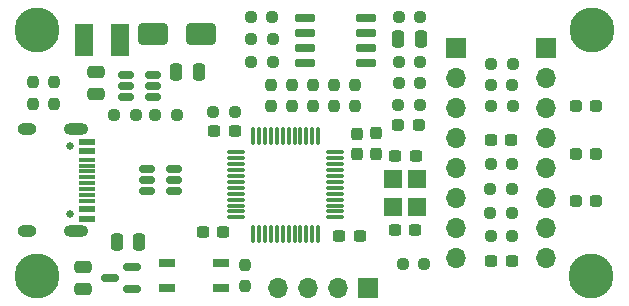
<source format=gts>
G04 #@! TF.GenerationSoftware,KiCad,Pcbnew,7.0.6-71-g49772d2539*
G04 #@! TF.CreationDate,2023-08-07T20:45:02-04:00*
G04 #@! TF.ProjectId,Free_PDK,46726565-5f50-4444-9b2e-6b696361645f,rev?*
G04 #@! TF.SameCoordinates,Original*
G04 #@! TF.FileFunction,Soldermask,Top*
G04 #@! TF.FilePolarity,Negative*
%FSLAX46Y46*%
G04 Gerber Fmt 4.6, Leading zero omitted, Abs format (unit mm)*
G04 Created by KiCad (PCBNEW 7.0.6-71-g49772d2539) date 2023-08-07 20:45:02*
%MOMM*%
%LPD*%
G01*
G04 APERTURE LIST*
G04 Aperture macros list*
%AMRoundRect*
0 Rectangle with rounded corners*
0 $1 Rounding radius*
0 $2 $3 $4 $5 $6 $7 $8 $9 X,Y pos of 4 corners*
0 Add a 4 corners polygon primitive as box body*
4,1,4,$2,$3,$4,$5,$6,$7,$8,$9,$2,$3,0*
0 Add four circle primitives for the rounded corners*
1,1,$1+$1,$2,$3*
1,1,$1+$1,$4,$5*
1,1,$1+$1,$6,$7*
1,1,$1+$1,$8,$9*
0 Add four rect primitives between the rounded corners*
20,1,$1+$1,$2,$3,$4,$5,0*
20,1,$1+$1,$4,$5,$6,$7,0*
20,1,$1+$1,$6,$7,$8,$9,0*
20,1,$1+$1,$8,$9,$2,$3,0*%
G04 Aperture macros list end*
%ADD10RoundRect,0.075000X0.662500X0.075000X-0.662500X0.075000X-0.662500X-0.075000X0.662500X-0.075000X0*%
%ADD11RoundRect,0.075000X0.075000X0.662500X-0.075000X0.662500X-0.075000X-0.662500X0.075000X-0.662500X0*%
%ADD12RoundRect,0.237500X-0.250000X-0.237500X0.250000X-0.237500X0.250000X0.237500X-0.250000X0.237500X0*%
%ADD13C,3.800000*%
%ADD14R,1.536000X2.700000*%
%ADD15RoundRect,0.237500X0.237500X-0.250000X0.237500X0.250000X-0.237500X0.250000X-0.237500X-0.250000X0*%
%ADD16RoundRect,0.237500X0.287500X0.237500X-0.287500X0.237500X-0.287500X-0.237500X0.287500X-0.237500X0*%
%ADD17RoundRect,0.237500X0.300000X0.237500X-0.300000X0.237500X-0.300000X-0.237500X0.300000X-0.237500X0*%
%ADD18RoundRect,0.237500X-0.237500X0.250000X-0.237500X-0.250000X0.237500X-0.250000X0.237500X0.250000X0*%
%ADD19RoundRect,0.150000X-0.512500X-0.150000X0.512500X-0.150000X0.512500X0.150000X-0.512500X0.150000X0*%
%ADD20RoundRect,0.237500X0.250000X0.237500X-0.250000X0.237500X-0.250000X-0.237500X0.250000X-0.237500X0*%
%ADD21RoundRect,0.237500X-0.300000X-0.237500X0.300000X-0.237500X0.300000X0.237500X-0.300000X0.237500X0*%
%ADD22RoundRect,0.250000X-0.475000X0.250000X-0.475000X-0.250000X0.475000X-0.250000X0.475000X0.250000X0*%
%ADD23R,1.447200X0.650000*%
%ADD24R,1.447200X0.672400*%
%ADD25RoundRect,0.150000X-0.725000X-0.150000X0.725000X-0.150000X0.725000X0.150000X-0.725000X0.150000X0*%
%ADD26RoundRect,0.150000X0.587500X0.150000X-0.587500X0.150000X-0.587500X-0.150000X0.587500X-0.150000X0*%
%ADD27R,1.700000X1.700000*%
%ADD28O,1.700000X1.700000*%
%ADD29RoundRect,0.237500X0.237500X-0.300000X0.237500X0.300000X-0.237500X0.300000X-0.237500X-0.300000X0*%
%ADD30O,2.100000X1.000000*%
%ADD31O,1.600000X1.000000*%
%ADD32C,0.650000*%
%ADD33R,1.450000X0.600000*%
%ADD34R,1.450000X0.300000*%
%ADD35R,1.553800X1.632000*%
%ADD36R,1.503000X1.632000*%
%ADD37RoundRect,0.250000X-0.250000X-0.475000X0.250000X-0.475000X0.250000X0.475000X-0.250000X0.475000X0*%
%ADD38RoundRect,0.250000X0.250000X0.475000X-0.250000X0.475000X-0.250000X-0.475000X0.250000X-0.475000X0*%
%ADD39RoundRect,0.250000X1.000000X0.650000X-1.000000X0.650000X-1.000000X-0.650000X1.000000X-0.650000X0*%
G04 APERTURE END LIST*
D10*
X100490550Y-100171000D03*
X100490550Y-99671000D03*
X100490550Y-99171000D03*
X100490550Y-98671000D03*
X100490550Y-98171000D03*
X100490550Y-97671000D03*
X100490550Y-97171000D03*
X100490550Y-96671000D03*
X100490550Y-96171000D03*
X100490550Y-95671000D03*
X100490550Y-95171000D03*
X100490550Y-94671000D03*
D11*
X99078050Y-93258500D03*
X98578050Y-93258500D03*
X98078050Y-93258500D03*
X97578050Y-93258500D03*
X97078050Y-93258500D03*
X96578050Y-93258500D03*
X96078050Y-93258500D03*
X95578050Y-93258500D03*
X95078050Y-93258500D03*
X94578050Y-93258500D03*
X94078050Y-93258500D03*
X93578050Y-93258500D03*
D10*
X92165550Y-94671000D03*
X92165550Y-95171000D03*
X92165550Y-95671000D03*
X92165550Y-96171000D03*
X92165550Y-96671000D03*
X92165550Y-97171000D03*
X92165550Y-97671000D03*
X92165550Y-98171000D03*
X92165550Y-98671000D03*
X92165550Y-99171000D03*
X92165550Y-99671000D03*
X92165550Y-100171000D03*
D11*
X93578050Y-101583500D03*
X94078050Y-101583500D03*
X94578050Y-101583500D03*
X95078050Y-101583500D03*
X95578050Y-101583500D03*
X96078050Y-101583500D03*
X96578050Y-101583500D03*
X97078050Y-101583500D03*
X97578050Y-101583500D03*
X98078050Y-101583500D03*
X98578050Y-101583500D03*
X99078050Y-101583500D03*
D12*
X113702350Y-88925400D03*
X115527350Y-88925400D03*
D13*
X122224800Y-84302600D03*
D14*
X79279400Y-85140800D03*
X82315400Y-85140800D03*
D15*
X98661749Y-90754200D03*
X98661749Y-88929200D03*
D16*
X107617200Y-92329000D03*
X105867200Y-92329000D03*
D15*
X92913200Y-106017700D03*
X92913200Y-104192700D03*
D17*
X107312800Y-101269800D03*
X105587800Y-101269800D03*
D18*
X76708000Y-88749500D03*
X76708000Y-90574500D03*
D13*
X75311000Y-84328000D03*
D19*
X82815000Y-88077000D03*
X82815000Y-89027000D03*
X82815000Y-89977000D03*
X85090000Y-89977000D03*
X85090000Y-89027000D03*
X85090000Y-88077000D03*
D20*
X107725750Y-83185000D03*
X105900750Y-83185000D03*
D21*
X113699650Y-93599000D03*
X115424650Y-93599000D03*
D22*
X79197200Y-104333000D03*
X79197200Y-106233000D03*
D20*
X115474650Y-97764600D03*
X113649650Y-97764600D03*
D23*
X90830400Y-106172000D03*
X86283200Y-106172000D03*
D24*
X90830400Y-104010800D03*
D23*
X86283200Y-104022000D03*
D20*
X91996900Y-91236800D03*
X90171900Y-91236800D03*
D25*
X97950551Y-83312000D03*
X97950551Y-84582000D03*
X97950551Y-85852000D03*
X97950551Y-87122000D03*
X103100551Y-87122000D03*
X103100551Y-85852000D03*
X103100551Y-84582000D03*
X103100551Y-83312000D03*
D12*
X113675050Y-95656400D03*
X115500050Y-95656400D03*
D19*
X84593000Y-96078000D03*
X84593000Y-97028000D03*
X84593000Y-97978000D03*
X86868000Y-97978000D03*
X86868000Y-97028000D03*
X86868000Y-96078000D03*
D26*
X83335100Y-106233000D03*
X83335100Y-104333000D03*
X81460100Y-105283000D03*
D15*
X100439750Y-90754200D03*
X100439750Y-88929200D03*
D12*
X93401551Y-85090000D03*
X95226551Y-85090000D03*
D20*
X95191551Y-83185000D03*
X93366551Y-83185000D03*
D16*
X122631200Y-98780600D03*
X120881200Y-98780600D03*
D27*
X110726750Y-85840600D03*
D28*
X110726750Y-88380600D03*
X110726750Y-90920600D03*
X110726750Y-93460600D03*
X110726750Y-96000600D03*
X110726750Y-98540600D03*
X110726750Y-101080600D03*
X110726750Y-103620600D03*
D16*
X122631200Y-94767400D03*
X120881200Y-94767400D03*
D29*
X103936800Y-94765200D03*
X103936800Y-93040200D03*
D20*
X115474650Y-99771200D03*
X113649650Y-99771200D03*
D27*
X103284550Y-106172000D03*
D28*
X100744550Y-106172000D03*
X98204550Y-106172000D03*
X95664550Y-106172000D03*
D20*
X95226551Y-86995000D03*
X93401551Y-86995000D03*
D30*
X78576600Y-92710000D03*
D31*
X74396600Y-92710000D03*
D32*
X78046600Y-94140000D03*
X78046600Y-99920000D03*
D30*
X78576600Y-101350000D03*
D31*
X74396600Y-101350000D03*
D33*
X79491600Y-93780000D03*
X79491600Y-94580000D03*
D34*
X79491600Y-95780000D03*
X79491600Y-96780000D03*
X79491600Y-97280000D03*
X79491600Y-98280000D03*
D33*
X79491600Y-99480000D03*
X79491600Y-100280000D03*
X79491600Y-100280000D03*
X79491600Y-99480000D03*
D34*
X79491600Y-98780000D03*
X79491600Y-97780000D03*
X79491600Y-96280000D03*
X79491600Y-95280000D03*
D33*
X79491600Y-94580000D03*
X79491600Y-93780000D03*
D15*
X96883750Y-90754200D03*
X96883750Y-88929200D03*
D22*
X80264000Y-87848400D03*
X80264000Y-89748400D03*
D20*
X115500050Y-101777800D03*
X113675050Y-101777800D03*
D18*
X102217750Y-88929200D03*
X102217750Y-90754200D03*
D35*
X107467400Y-99333000D03*
X107467400Y-96901000D03*
D36*
X105389000Y-96901000D03*
X105389000Y-99333000D03*
D20*
X107694100Y-90627200D03*
X105869100Y-90627200D03*
D17*
X91059000Y-101396800D03*
X89334000Y-101396800D03*
D12*
X105900750Y-87045800D03*
X107725750Y-87045800D03*
D37*
X105865150Y-85064600D03*
X107765150Y-85064600D03*
D13*
X122199400Y-105156000D03*
D15*
X95105750Y-90754200D03*
X95105750Y-88929200D03*
D12*
X85293200Y-91516200D03*
X87118200Y-91516200D03*
D29*
X102336600Y-94818200D03*
X102336600Y-93093200D03*
D18*
X74930000Y-88749499D03*
X74930000Y-90574499D03*
D16*
X122631200Y-90728800D03*
X120881200Y-90728800D03*
D13*
X75311000Y-105156000D03*
D21*
X100872650Y-101727000D03*
X102597650Y-101727000D03*
X105614300Y-94970600D03*
X107339300Y-94970600D03*
D38*
X88961000Y-87884000D03*
X87061000Y-87884000D03*
D39*
X89122000Y-84683600D03*
X85122000Y-84683600D03*
D27*
X118346750Y-85852000D03*
D28*
X118346750Y-88392000D03*
X118346750Y-90932000D03*
X118346750Y-93472000D03*
X118346750Y-96012000D03*
X118346750Y-98552000D03*
X118346750Y-101092000D03*
X118346750Y-103632000D03*
D12*
X113725850Y-90703400D03*
X115550850Y-90703400D03*
X113725850Y-87172800D03*
X115550850Y-87172800D03*
D20*
X83614900Y-91516200D03*
X81789900Y-91516200D03*
D21*
X113725050Y-103835200D03*
X115450050Y-103835200D03*
D17*
X91998550Y-92837000D03*
X90273550Y-92837000D03*
D20*
X107725750Y-88773000D03*
X105900750Y-88773000D03*
X108083250Y-104114600D03*
X106258250Y-104114600D03*
D38*
X83906400Y-102235000D03*
X82006400Y-102235000D03*
M02*

</source>
